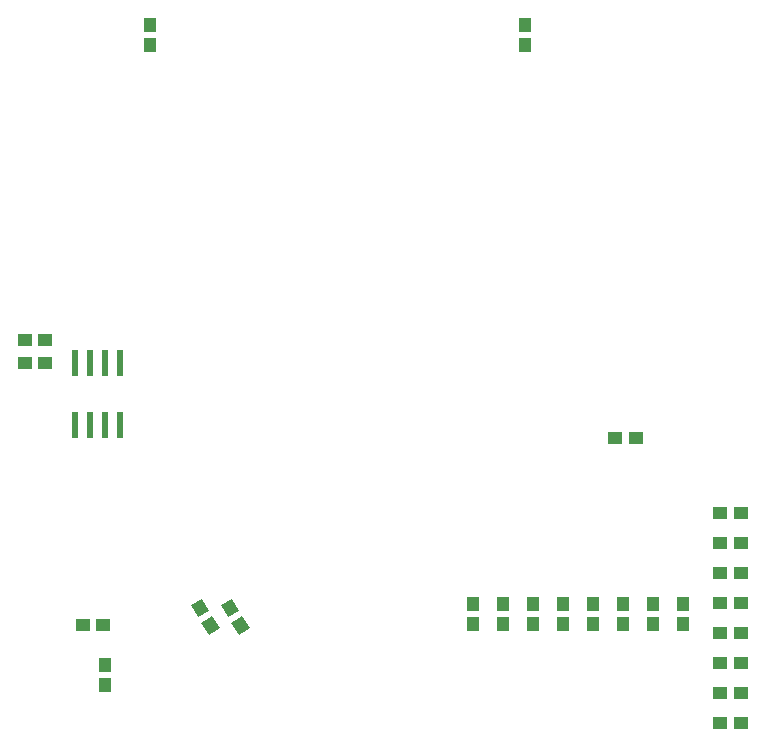
<source format=gtp>
G04 MADE WITH FRITZING*
G04 WWW.FRITZING.ORG*
G04 DOUBLE SIDED*
G04 HOLES PLATED*
G04 CONTOUR ON CENTER OF CONTOUR VECTOR*
%ASAXBY*%
%FSLAX23Y23*%
%MOIN*%
%OFA0B0*%
%SFA1.0B1.0*%
%ADD10R,0.024000X0.087000*%
%ADD11R,0.047244X0.043307*%
%ADD12R,0.043307X0.047244*%
%ADD13R,0.001000X0.001000*%
%LNPASTEMASK1*%
G90*
G70*
G54D10*
X679Y1639D03*
X729Y1433D03*
X629Y1433D03*
X629Y1639D03*
X679Y1433D03*
X579Y1639D03*
X579Y1433D03*
X729Y1639D03*
G54D11*
X479Y1714D03*
X412Y1714D03*
X671Y764D03*
X604Y764D03*
X479Y1639D03*
X412Y1639D03*
G54D12*
X679Y631D03*
X679Y564D03*
G54D11*
X2379Y1389D03*
X2446Y1389D03*
X2729Y439D03*
X2796Y439D03*
X2729Y539D03*
X2796Y539D03*
X2729Y639D03*
X2796Y639D03*
X2729Y839D03*
X2796Y839D03*
X2729Y739D03*
X2796Y739D03*
X2729Y939D03*
X2796Y939D03*
X2729Y1039D03*
X2796Y1039D03*
G54D12*
X2079Y2765D03*
X2079Y2698D03*
X829Y2764D03*
X829Y2697D03*
X1904Y769D03*
X1904Y836D03*
X2004Y769D03*
X2004Y836D03*
X2104Y769D03*
X2104Y836D03*
X2204Y769D03*
X2204Y836D03*
X2304Y769D03*
X2304Y836D03*
X2404Y769D03*
X2404Y836D03*
X2504Y769D03*
X2504Y836D03*
X2604Y769D03*
X2604Y836D03*
G54D11*
X2729Y1139D03*
X2796Y1139D03*
G36*
X1098Y773D02*
X1135Y796D01*
X1160Y755D01*
X1123Y733D01*
X1098Y773D01*
G37*
D02*
G36*
X1064Y831D02*
X1101Y853D01*
X1125Y813D01*
X1088Y790D01*
X1064Y831D01*
G37*
D02*
G36*
X998Y773D02*
X1035Y796D01*
X1060Y755D01*
X1023Y733D01*
X998Y773D01*
G37*
D02*
G36*
X964Y831D02*
X1001Y853D01*
X1025Y813D01*
X988Y790D01*
X964Y831D01*
G37*
D02*
G54D13*
D02*
G04 End of PasteMask1*
M02*
</source>
